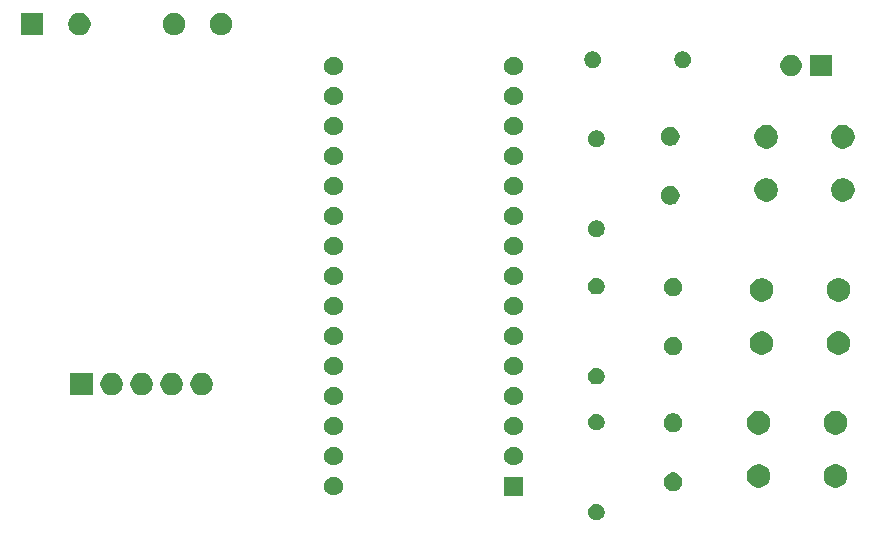
<source format=gts>
G04 #@! TF.GenerationSoftware,KiCad,Pcbnew,9.0.4*
G04 #@! TF.CreationDate,2025-10-12T14:45:46+03:00*
G04 #@! TF.ProjectId,test_work_1,74657374-5f77-46f7-926b-5f312e6b6963,rev?*
G04 #@! TF.SameCoordinates,Original*
G04 #@! TF.FileFunction,Soldermask,Top*
G04 #@! TF.FilePolarity,Negative*
%FSLAX46Y46*%
G04 Gerber Fmt 4.6, Leading zero omitted, Abs format (unit mm)*
G04 Created by KiCad (PCBNEW 9.0.4) date 2025-10-12 14:45:46*
%MOMM*%
%LPD*%
G01*
G04 APERTURE LIST*
G04 APERTURE END LIST*
G36*
X152703199Y-104640142D02*
G01*
X152829978Y-104692655D01*
X152944075Y-104768893D01*
X153041107Y-104865925D01*
X153117345Y-104980022D01*
X153169858Y-105106801D01*
X153196629Y-105241388D01*
X153196629Y-105378612D01*
X153169858Y-105513199D01*
X153117345Y-105639978D01*
X153041107Y-105754075D01*
X152944075Y-105851107D01*
X152829978Y-105927345D01*
X152703199Y-105979858D01*
X152568612Y-106006629D01*
X152431388Y-106006629D01*
X152296801Y-105979858D01*
X152170022Y-105927345D01*
X152055925Y-105851107D01*
X151958893Y-105754075D01*
X151882655Y-105639978D01*
X151830142Y-105513199D01*
X151803371Y-105378612D01*
X151803371Y-105241388D01*
X151830142Y-105106801D01*
X151882655Y-104980022D01*
X151958893Y-104865925D01*
X152055925Y-104768893D01*
X152170022Y-104692655D01*
X152296801Y-104640142D01*
X152431388Y-104613371D01*
X152568612Y-104613371D01*
X152703199Y-104640142D01*
G37*
G36*
X146290000Y-103910000D02*
G01*
X144690000Y-103910000D01*
X144690000Y-102310000D01*
X146290000Y-102310000D01*
X146290000Y-103910000D01*
G37*
G36*
X130482228Y-102344448D02*
G01*
X130627117Y-102404463D01*
X130757515Y-102491592D01*
X130868408Y-102602485D01*
X130955537Y-102732883D01*
X131015552Y-102877772D01*
X131046148Y-103031586D01*
X131046148Y-103188414D01*
X131015552Y-103342228D01*
X130955537Y-103487117D01*
X130868408Y-103617515D01*
X130757515Y-103728408D01*
X130627117Y-103815537D01*
X130482228Y-103875552D01*
X130328414Y-103906148D01*
X130171586Y-103906148D01*
X130017772Y-103875552D01*
X129872883Y-103815537D01*
X129742485Y-103728408D01*
X129631592Y-103617515D01*
X129544463Y-103487117D01*
X129484448Y-103342228D01*
X129453852Y-103188414D01*
X129453852Y-103031586D01*
X129484448Y-102877772D01*
X129544463Y-102732883D01*
X129631592Y-102602485D01*
X129742485Y-102491592D01*
X129872883Y-102404463D01*
X130017772Y-102344448D01*
X130171586Y-102313852D01*
X130328414Y-102313852D01*
X130482228Y-102344448D01*
G37*
G36*
X159232228Y-101984448D02*
G01*
X159377117Y-102044463D01*
X159507515Y-102131592D01*
X159618408Y-102242485D01*
X159705537Y-102372883D01*
X159765552Y-102517772D01*
X159796148Y-102671586D01*
X159796148Y-102828414D01*
X159765552Y-102982228D01*
X159705537Y-103127117D01*
X159618408Y-103257515D01*
X159507515Y-103368408D01*
X159377117Y-103455537D01*
X159232228Y-103515552D01*
X159078414Y-103546148D01*
X158921586Y-103546148D01*
X158767772Y-103515552D01*
X158622883Y-103455537D01*
X158492485Y-103368408D01*
X158381592Y-103257515D01*
X158294463Y-103127117D01*
X158234448Y-102982228D01*
X158203852Y-102828414D01*
X158203852Y-102671586D01*
X158234448Y-102517772D01*
X158294463Y-102372883D01*
X158381592Y-102242485D01*
X158492485Y-102131592D01*
X158622883Y-102044463D01*
X158767772Y-101984448D01*
X158921586Y-101953852D01*
X159078414Y-101953852D01*
X159232228Y-101984448D01*
G37*
G36*
X166540285Y-101293060D02*
G01*
X166721397Y-101368079D01*
X166884393Y-101476990D01*
X167023010Y-101615607D01*
X167131921Y-101778603D01*
X167206940Y-101959715D01*
X167245185Y-102151983D01*
X167245185Y-102348017D01*
X167206940Y-102540285D01*
X167131921Y-102721397D01*
X167023010Y-102884393D01*
X166884393Y-103023010D01*
X166721397Y-103131921D01*
X166540285Y-103206940D01*
X166348017Y-103245185D01*
X166151983Y-103245185D01*
X165959715Y-103206940D01*
X165778603Y-103131921D01*
X165615607Y-103023010D01*
X165476990Y-102884393D01*
X165368079Y-102721397D01*
X165293060Y-102540285D01*
X165254815Y-102348017D01*
X165254815Y-102151983D01*
X165293060Y-101959715D01*
X165368079Y-101778603D01*
X165476990Y-101615607D01*
X165615607Y-101476990D01*
X165778603Y-101368079D01*
X165959715Y-101293060D01*
X166151983Y-101254815D01*
X166348017Y-101254815D01*
X166540285Y-101293060D01*
G37*
G36*
X173040285Y-101293060D02*
G01*
X173221397Y-101368079D01*
X173384393Y-101476990D01*
X173523010Y-101615607D01*
X173631921Y-101778603D01*
X173706940Y-101959715D01*
X173745185Y-102151983D01*
X173745185Y-102348017D01*
X173706940Y-102540285D01*
X173631921Y-102721397D01*
X173523010Y-102884393D01*
X173384393Y-103023010D01*
X173221397Y-103131921D01*
X173040285Y-103206940D01*
X172848017Y-103245185D01*
X172651983Y-103245185D01*
X172459715Y-103206940D01*
X172278603Y-103131921D01*
X172115607Y-103023010D01*
X171976990Y-102884393D01*
X171868079Y-102721397D01*
X171793060Y-102540285D01*
X171754815Y-102348017D01*
X171754815Y-102151983D01*
X171793060Y-101959715D01*
X171868079Y-101778603D01*
X171976990Y-101615607D01*
X172115607Y-101476990D01*
X172278603Y-101368079D01*
X172459715Y-101293060D01*
X172651983Y-101254815D01*
X172848017Y-101254815D01*
X173040285Y-101293060D01*
G37*
G36*
X130482228Y-99804448D02*
G01*
X130627117Y-99864463D01*
X130757515Y-99951592D01*
X130868408Y-100062485D01*
X130955537Y-100192883D01*
X131015552Y-100337772D01*
X131046148Y-100491586D01*
X131046148Y-100648414D01*
X131015552Y-100802228D01*
X130955537Y-100947117D01*
X130868408Y-101077515D01*
X130757515Y-101188408D01*
X130627117Y-101275537D01*
X130482228Y-101335552D01*
X130328414Y-101366148D01*
X130171586Y-101366148D01*
X130017772Y-101335552D01*
X129872883Y-101275537D01*
X129742485Y-101188408D01*
X129631592Y-101077515D01*
X129544463Y-100947117D01*
X129484448Y-100802228D01*
X129453852Y-100648414D01*
X129453852Y-100491586D01*
X129484448Y-100337772D01*
X129544463Y-100192883D01*
X129631592Y-100062485D01*
X129742485Y-99951592D01*
X129872883Y-99864463D01*
X130017772Y-99804448D01*
X130171586Y-99773852D01*
X130328414Y-99773852D01*
X130482228Y-99804448D01*
G37*
G36*
X145722228Y-99804448D02*
G01*
X145867117Y-99864463D01*
X145997515Y-99951592D01*
X146108408Y-100062485D01*
X146195537Y-100192883D01*
X146255552Y-100337772D01*
X146286148Y-100491586D01*
X146286148Y-100648414D01*
X146255552Y-100802228D01*
X146195537Y-100947117D01*
X146108408Y-101077515D01*
X145997515Y-101188408D01*
X145867117Y-101275537D01*
X145722228Y-101335552D01*
X145568414Y-101366148D01*
X145411586Y-101366148D01*
X145257772Y-101335552D01*
X145112883Y-101275537D01*
X144982485Y-101188408D01*
X144871592Y-101077515D01*
X144784463Y-100947117D01*
X144724448Y-100802228D01*
X144693852Y-100648414D01*
X144693852Y-100491586D01*
X144724448Y-100337772D01*
X144784463Y-100192883D01*
X144871592Y-100062485D01*
X144982485Y-99951592D01*
X145112883Y-99864463D01*
X145257772Y-99804448D01*
X145411586Y-99773852D01*
X145568414Y-99773852D01*
X145722228Y-99804448D01*
G37*
G36*
X130482228Y-97264448D02*
G01*
X130627117Y-97324463D01*
X130757515Y-97411592D01*
X130868408Y-97522485D01*
X130955537Y-97652883D01*
X131015552Y-97797772D01*
X131046148Y-97951586D01*
X131046148Y-98108414D01*
X131015552Y-98262228D01*
X130955537Y-98407117D01*
X130868408Y-98537515D01*
X130757515Y-98648408D01*
X130627117Y-98735537D01*
X130482228Y-98795552D01*
X130328414Y-98826148D01*
X130171586Y-98826148D01*
X130017772Y-98795552D01*
X129872883Y-98735537D01*
X129742485Y-98648408D01*
X129631592Y-98537515D01*
X129544463Y-98407117D01*
X129484448Y-98262228D01*
X129453852Y-98108414D01*
X129453852Y-97951586D01*
X129484448Y-97797772D01*
X129544463Y-97652883D01*
X129631592Y-97522485D01*
X129742485Y-97411592D01*
X129872883Y-97324463D01*
X130017772Y-97264448D01*
X130171586Y-97233852D01*
X130328414Y-97233852D01*
X130482228Y-97264448D01*
G37*
G36*
X145722228Y-97264448D02*
G01*
X145867117Y-97324463D01*
X145997515Y-97411592D01*
X146108408Y-97522485D01*
X146195537Y-97652883D01*
X146255552Y-97797772D01*
X146286148Y-97951586D01*
X146286148Y-98108414D01*
X146255552Y-98262228D01*
X146195537Y-98407117D01*
X146108408Y-98537515D01*
X145997515Y-98648408D01*
X145867117Y-98735537D01*
X145722228Y-98795552D01*
X145568414Y-98826148D01*
X145411586Y-98826148D01*
X145257772Y-98795552D01*
X145112883Y-98735537D01*
X144982485Y-98648408D01*
X144871592Y-98537515D01*
X144784463Y-98407117D01*
X144724448Y-98262228D01*
X144693852Y-98108414D01*
X144693852Y-97951586D01*
X144724448Y-97797772D01*
X144784463Y-97652883D01*
X144871592Y-97522485D01*
X144982485Y-97411592D01*
X145112883Y-97324463D01*
X145257772Y-97264448D01*
X145411586Y-97233852D01*
X145568414Y-97233852D01*
X145722228Y-97264448D01*
G37*
G36*
X166540285Y-96793060D02*
G01*
X166721397Y-96868079D01*
X166884393Y-96976990D01*
X167023010Y-97115607D01*
X167131921Y-97278603D01*
X167206940Y-97459715D01*
X167245185Y-97651983D01*
X167245185Y-97848017D01*
X167206940Y-98040285D01*
X167131921Y-98221397D01*
X167023010Y-98384393D01*
X166884393Y-98523010D01*
X166721397Y-98631921D01*
X166540285Y-98706940D01*
X166348017Y-98745185D01*
X166151983Y-98745185D01*
X165959715Y-98706940D01*
X165778603Y-98631921D01*
X165615607Y-98523010D01*
X165476990Y-98384393D01*
X165368079Y-98221397D01*
X165293060Y-98040285D01*
X165254815Y-97848017D01*
X165254815Y-97651983D01*
X165293060Y-97459715D01*
X165368079Y-97278603D01*
X165476990Y-97115607D01*
X165615607Y-96976990D01*
X165778603Y-96868079D01*
X165959715Y-96793060D01*
X166151983Y-96754815D01*
X166348017Y-96754815D01*
X166540285Y-96793060D01*
G37*
G36*
X173040285Y-96793060D02*
G01*
X173221397Y-96868079D01*
X173384393Y-96976990D01*
X173523010Y-97115607D01*
X173631921Y-97278603D01*
X173706940Y-97459715D01*
X173745185Y-97651983D01*
X173745185Y-97848017D01*
X173706940Y-98040285D01*
X173631921Y-98221397D01*
X173523010Y-98384393D01*
X173384393Y-98523010D01*
X173221397Y-98631921D01*
X173040285Y-98706940D01*
X172848017Y-98745185D01*
X172651983Y-98745185D01*
X172459715Y-98706940D01*
X172278603Y-98631921D01*
X172115607Y-98523010D01*
X171976990Y-98384393D01*
X171868079Y-98221397D01*
X171793060Y-98040285D01*
X171754815Y-97848017D01*
X171754815Y-97651983D01*
X171793060Y-97459715D01*
X171868079Y-97278603D01*
X171976990Y-97115607D01*
X172115607Y-96976990D01*
X172278603Y-96868079D01*
X172459715Y-96793060D01*
X172651983Y-96754815D01*
X172848017Y-96754815D01*
X173040285Y-96793060D01*
G37*
G36*
X159232228Y-96984448D02*
G01*
X159377117Y-97044463D01*
X159507515Y-97131592D01*
X159618408Y-97242485D01*
X159705537Y-97372883D01*
X159765552Y-97517772D01*
X159796148Y-97671586D01*
X159796148Y-97828414D01*
X159765552Y-97982228D01*
X159705537Y-98127117D01*
X159618408Y-98257515D01*
X159507515Y-98368408D01*
X159377117Y-98455537D01*
X159232228Y-98515552D01*
X159078414Y-98546148D01*
X158921586Y-98546148D01*
X158767772Y-98515552D01*
X158622883Y-98455537D01*
X158492485Y-98368408D01*
X158381592Y-98257515D01*
X158294463Y-98127117D01*
X158234448Y-97982228D01*
X158203852Y-97828414D01*
X158203852Y-97671586D01*
X158234448Y-97517772D01*
X158294463Y-97372883D01*
X158381592Y-97242485D01*
X158492485Y-97131592D01*
X158622883Y-97044463D01*
X158767772Y-96984448D01*
X158921586Y-96953852D01*
X159078414Y-96953852D01*
X159232228Y-96984448D01*
G37*
G36*
X152703199Y-97020142D02*
G01*
X152829978Y-97072655D01*
X152944075Y-97148893D01*
X153041107Y-97245925D01*
X153117345Y-97360022D01*
X153169858Y-97486801D01*
X153196629Y-97621388D01*
X153196629Y-97758612D01*
X153169858Y-97893199D01*
X153117345Y-98019978D01*
X153041107Y-98134075D01*
X152944075Y-98231107D01*
X152829978Y-98307345D01*
X152703199Y-98359858D01*
X152568612Y-98386629D01*
X152431388Y-98386629D01*
X152296801Y-98359858D01*
X152170022Y-98307345D01*
X152055925Y-98231107D01*
X151958893Y-98134075D01*
X151882655Y-98019978D01*
X151830142Y-97893199D01*
X151803371Y-97758612D01*
X151803371Y-97621388D01*
X151830142Y-97486801D01*
X151882655Y-97360022D01*
X151958893Y-97245925D01*
X152055925Y-97148893D01*
X152170022Y-97072655D01*
X152296801Y-97020142D01*
X152431388Y-96993371D01*
X152568612Y-96993371D01*
X152703199Y-97020142D01*
G37*
G36*
X130482228Y-94724448D02*
G01*
X130627117Y-94784463D01*
X130757515Y-94871592D01*
X130868408Y-94982485D01*
X130955537Y-95112883D01*
X131015552Y-95257772D01*
X131046148Y-95411586D01*
X131046148Y-95568414D01*
X131015552Y-95722228D01*
X130955537Y-95867117D01*
X130868408Y-95997515D01*
X130757515Y-96108408D01*
X130627117Y-96195537D01*
X130482228Y-96255552D01*
X130328414Y-96286148D01*
X130171586Y-96286148D01*
X130017772Y-96255552D01*
X129872883Y-96195537D01*
X129742485Y-96108408D01*
X129631592Y-95997515D01*
X129544463Y-95867117D01*
X129484448Y-95722228D01*
X129453852Y-95568414D01*
X129453852Y-95411586D01*
X129484448Y-95257772D01*
X129544463Y-95112883D01*
X129631592Y-94982485D01*
X129742485Y-94871592D01*
X129872883Y-94784463D01*
X130017772Y-94724448D01*
X130171586Y-94693852D01*
X130328414Y-94693852D01*
X130482228Y-94724448D01*
G37*
G36*
X145722228Y-94724448D02*
G01*
X145867117Y-94784463D01*
X145997515Y-94871592D01*
X146108408Y-94982485D01*
X146195537Y-95112883D01*
X146255552Y-95257772D01*
X146286148Y-95411586D01*
X146286148Y-95568414D01*
X146255552Y-95722228D01*
X146195537Y-95867117D01*
X146108408Y-95997515D01*
X145997515Y-96108408D01*
X145867117Y-96195537D01*
X145722228Y-96255552D01*
X145568414Y-96286148D01*
X145411586Y-96286148D01*
X145257772Y-96255552D01*
X145112883Y-96195537D01*
X144982485Y-96108408D01*
X144871592Y-95997515D01*
X144784463Y-95867117D01*
X144724448Y-95722228D01*
X144693852Y-95568414D01*
X144693852Y-95411586D01*
X144724448Y-95257772D01*
X144784463Y-95112883D01*
X144871592Y-94982485D01*
X144982485Y-94871592D01*
X145112883Y-94784463D01*
X145257772Y-94724448D01*
X145411586Y-94693852D01*
X145568414Y-94693852D01*
X145722228Y-94724448D01*
G37*
G36*
X109872500Y-95412500D02*
G01*
X107967500Y-95412500D01*
X107967500Y-93507500D01*
X109872500Y-93507500D01*
X109872500Y-95412500D01*
G37*
G36*
X111736496Y-93548514D02*
G01*
X111909005Y-93619970D01*
X112064260Y-93723708D01*
X112196292Y-93855740D01*
X112300030Y-94010995D01*
X112371486Y-94183504D01*
X112407913Y-94366639D01*
X112407913Y-94553361D01*
X112371486Y-94736496D01*
X112300030Y-94909005D01*
X112196292Y-95064260D01*
X112064260Y-95196292D01*
X111909005Y-95300030D01*
X111736496Y-95371486D01*
X111553361Y-95407913D01*
X111366639Y-95407913D01*
X111183504Y-95371486D01*
X111010995Y-95300030D01*
X110855740Y-95196292D01*
X110723708Y-95064260D01*
X110619970Y-94909005D01*
X110548514Y-94736496D01*
X110512087Y-94553361D01*
X110512087Y-94366639D01*
X110548514Y-94183504D01*
X110619970Y-94010995D01*
X110723708Y-93855740D01*
X110855740Y-93723708D01*
X111010995Y-93619970D01*
X111183504Y-93548514D01*
X111366639Y-93512087D01*
X111553361Y-93512087D01*
X111736496Y-93548514D01*
G37*
G36*
X114276496Y-93548514D02*
G01*
X114449005Y-93619970D01*
X114604260Y-93723708D01*
X114736292Y-93855740D01*
X114840030Y-94010995D01*
X114911486Y-94183504D01*
X114947913Y-94366639D01*
X114947913Y-94553361D01*
X114911486Y-94736496D01*
X114840030Y-94909005D01*
X114736292Y-95064260D01*
X114604260Y-95196292D01*
X114449005Y-95300030D01*
X114276496Y-95371486D01*
X114093361Y-95407913D01*
X113906639Y-95407913D01*
X113723504Y-95371486D01*
X113550995Y-95300030D01*
X113395740Y-95196292D01*
X113263708Y-95064260D01*
X113159970Y-94909005D01*
X113088514Y-94736496D01*
X113052087Y-94553361D01*
X113052087Y-94366639D01*
X113088514Y-94183504D01*
X113159970Y-94010995D01*
X113263708Y-93855740D01*
X113395740Y-93723708D01*
X113550995Y-93619970D01*
X113723504Y-93548514D01*
X113906639Y-93512087D01*
X114093361Y-93512087D01*
X114276496Y-93548514D01*
G37*
G36*
X116816496Y-93548514D02*
G01*
X116989005Y-93619970D01*
X117144260Y-93723708D01*
X117276292Y-93855740D01*
X117380030Y-94010995D01*
X117451486Y-94183504D01*
X117487913Y-94366639D01*
X117487913Y-94553361D01*
X117451486Y-94736496D01*
X117380030Y-94909005D01*
X117276292Y-95064260D01*
X117144260Y-95196292D01*
X116989005Y-95300030D01*
X116816496Y-95371486D01*
X116633361Y-95407913D01*
X116446639Y-95407913D01*
X116263504Y-95371486D01*
X116090995Y-95300030D01*
X115935740Y-95196292D01*
X115803708Y-95064260D01*
X115699970Y-94909005D01*
X115628514Y-94736496D01*
X115592087Y-94553361D01*
X115592087Y-94366639D01*
X115628514Y-94183504D01*
X115699970Y-94010995D01*
X115803708Y-93855740D01*
X115935740Y-93723708D01*
X116090995Y-93619970D01*
X116263504Y-93548514D01*
X116446639Y-93512087D01*
X116633361Y-93512087D01*
X116816496Y-93548514D01*
G37*
G36*
X119356496Y-93548514D02*
G01*
X119529005Y-93619970D01*
X119684260Y-93723708D01*
X119816292Y-93855740D01*
X119920030Y-94010995D01*
X119991486Y-94183504D01*
X120027913Y-94366639D01*
X120027913Y-94553361D01*
X119991486Y-94736496D01*
X119920030Y-94909005D01*
X119816292Y-95064260D01*
X119684260Y-95196292D01*
X119529005Y-95300030D01*
X119356496Y-95371486D01*
X119173361Y-95407913D01*
X118986639Y-95407913D01*
X118803504Y-95371486D01*
X118630995Y-95300030D01*
X118475740Y-95196292D01*
X118343708Y-95064260D01*
X118239970Y-94909005D01*
X118168514Y-94736496D01*
X118132087Y-94553361D01*
X118132087Y-94366639D01*
X118168514Y-94183504D01*
X118239970Y-94010995D01*
X118343708Y-93855740D01*
X118475740Y-93723708D01*
X118630995Y-93619970D01*
X118803504Y-93548514D01*
X118986639Y-93512087D01*
X119173361Y-93512087D01*
X119356496Y-93548514D01*
G37*
G36*
X152703199Y-93140142D02*
G01*
X152829978Y-93192655D01*
X152944075Y-93268893D01*
X153041107Y-93365925D01*
X153117345Y-93480022D01*
X153169858Y-93606801D01*
X153196629Y-93741388D01*
X153196629Y-93878612D01*
X153169858Y-94013199D01*
X153117345Y-94139978D01*
X153041107Y-94254075D01*
X152944075Y-94351107D01*
X152829978Y-94427345D01*
X152703199Y-94479858D01*
X152568612Y-94506629D01*
X152431388Y-94506629D01*
X152296801Y-94479858D01*
X152170022Y-94427345D01*
X152055925Y-94351107D01*
X151958893Y-94254075D01*
X151882655Y-94139978D01*
X151830142Y-94013199D01*
X151803371Y-93878612D01*
X151803371Y-93741388D01*
X151830142Y-93606801D01*
X151882655Y-93480022D01*
X151958893Y-93365925D01*
X152055925Y-93268893D01*
X152170022Y-93192655D01*
X152296801Y-93140142D01*
X152431388Y-93113371D01*
X152568612Y-93113371D01*
X152703199Y-93140142D01*
G37*
G36*
X130482228Y-92184448D02*
G01*
X130627117Y-92244463D01*
X130757515Y-92331592D01*
X130868408Y-92442485D01*
X130955537Y-92572883D01*
X131015552Y-92717772D01*
X131046148Y-92871586D01*
X131046148Y-93028414D01*
X131015552Y-93182228D01*
X130955537Y-93327117D01*
X130868408Y-93457515D01*
X130757515Y-93568408D01*
X130627117Y-93655537D01*
X130482228Y-93715552D01*
X130328414Y-93746148D01*
X130171586Y-93746148D01*
X130017772Y-93715552D01*
X129872883Y-93655537D01*
X129742485Y-93568408D01*
X129631592Y-93457515D01*
X129544463Y-93327117D01*
X129484448Y-93182228D01*
X129453852Y-93028414D01*
X129453852Y-92871586D01*
X129484448Y-92717772D01*
X129544463Y-92572883D01*
X129631592Y-92442485D01*
X129742485Y-92331592D01*
X129872883Y-92244463D01*
X130017772Y-92184448D01*
X130171586Y-92153852D01*
X130328414Y-92153852D01*
X130482228Y-92184448D01*
G37*
G36*
X145722228Y-92184448D02*
G01*
X145867117Y-92244463D01*
X145997515Y-92331592D01*
X146108408Y-92442485D01*
X146195537Y-92572883D01*
X146255552Y-92717772D01*
X146286148Y-92871586D01*
X146286148Y-93028414D01*
X146255552Y-93182228D01*
X146195537Y-93327117D01*
X146108408Y-93457515D01*
X145997515Y-93568408D01*
X145867117Y-93655537D01*
X145722228Y-93715552D01*
X145568414Y-93746148D01*
X145411586Y-93746148D01*
X145257772Y-93715552D01*
X145112883Y-93655537D01*
X144982485Y-93568408D01*
X144871592Y-93457515D01*
X144784463Y-93327117D01*
X144724448Y-93182228D01*
X144693852Y-93028414D01*
X144693852Y-92871586D01*
X144724448Y-92717772D01*
X144784463Y-92572883D01*
X144871592Y-92442485D01*
X144982485Y-92331592D01*
X145112883Y-92244463D01*
X145257772Y-92184448D01*
X145411586Y-92153852D01*
X145568414Y-92153852D01*
X145722228Y-92184448D01*
G37*
G36*
X159232228Y-90484448D02*
G01*
X159377117Y-90544463D01*
X159507515Y-90631592D01*
X159618408Y-90742485D01*
X159705537Y-90872883D01*
X159765552Y-91017772D01*
X159796148Y-91171586D01*
X159796148Y-91328414D01*
X159765552Y-91482228D01*
X159705537Y-91627117D01*
X159618408Y-91757515D01*
X159507515Y-91868408D01*
X159377117Y-91955537D01*
X159232228Y-92015552D01*
X159078414Y-92046148D01*
X158921586Y-92046148D01*
X158767772Y-92015552D01*
X158622883Y-91955537D01*
X158492485Y-91868408D01*
X158381592Y-91757515D01*
X158294463Y-91627117D01*
X158234448Y-91482228D01*
X158203852Y-91328414D01*
X158203852Y-91171586D01*
X158234448Y-91017772D01*
X158294463Y-90872883D01*
X158381592Y-90742485D01*
X158492485Y-90631592D01*
X158622883Y-90544463D01*
X158767772Y-90484448D01*
X158921586Y-90453852D01*
X159078414Y-90453852D01*
X159232228Y-90484448D01*
G37*
G36*
X166790285Y-90043060D02*
G01*
X166971397Y-90118079D01*
X167134393Y-90226990D01*
X167273010Y-90365607D01*
X167381921Y-90528603D01*
X167456940Y-90709715D01*
X167495185Y-90901983D01*
X167495185Y-91098017D01*
X167456940Y-91290285D01*
X167381921Y-91471397D01*
X167273010Y-91634393D01*
X167134393Y-91773010D01*
X166971397Y-91881921D01*
X166790285Y-91956940D01*
X166598017Y-91995185D01*
X166401983Y-91995185D01*
X166209715Y-91956940D01*
X166028603Y-91881921D01*
X165865607Y-91773010D01*
X165726990Y-91634393D01*
X165618079Y-91471397D01*
X165543060Y-91290285D01*
X165504815Y-91098017D01*
X165504815Y-90901983D01*
X165543060Y-90709715D01*
X165618079Y-90528603D01*
X165726990Y-90365607D01*
X165865607Y-90226990D01*
X166028603Y-90118079D01*
X166209715Y-90043060D01*
X166401983Y-90004815D01*
X166598017Y-90004815D01*
X166790285Y-90043060D01*
G37*
G36*
X173290285Y-90043060D02*
G01*
X173471397Y-90118079D01*
X173634393Y-90226990D01*
X173773010Y-90365607D01*
X173881921Y-90528603D01*
X173956940Y-90709715D01*
X173995185Y-90901983D01*
X173995185Y-91098017D01*
X173956940Y-91290285D01*
X173881921Y-91471397D01*
X173773010Y-91634393D01*
X173634393Y-91773010D01*
X173471397Y-91881921D01*
X173290285Y-91956940D01*
X173098017Y-91995185D01*
X172901983Y-91995185D01*
X172709715Y-91956940D01*
X172528603Y-91881921D01*
X172365607Y-91773010D01*
X172226990Y-91634393D01*
X172118079Y-91471397D01*
X172043060Y-91290285D01*
X172004815Y-91098017D01*
X172004815Y-90901983D01*
X172043060Y-90709715D01*
X172118079Y-90528603D01*
X172226990Y-90365607D01*
X172365607Y-90226990D01*
X172528603Y-90118079D01*
X172709715Y-90043060D01*
X172901983Y-90004815D01*
X173098017Y-90004815D01*
X173290285Y-90043060D01*
G37*
G36*
X130482228Y-89644448D02*
G01*
X130627117Y-89704463D01*
X130757515Y-89791592D01*
X130868408Y-89902485D01*
X130955537Y-90032883D01*
X131015552Y-90177772D01*
X131046148Y-90331586D01*
X131046148Y-90488414D01*
X131015552Y-90642228D01*
X130955537Y-90787117D01*
X130868408Y-90917515D01*
X130757515Y-91028408D01*
X130627117Y-91115537D01*
X130482228Y-91175552D01*
X130328414Y-91206148D01*
X130171586Y-91206148D01*
X130017772Y-91175552D01*
X129872883Y-91115537D01*
X129742485Y-91028408D01*
X129631592Y-90917515D01*
X129544463Y-90787117D01*
X129484448Y-90642228D01*
X129453852Y-90488414D01*
X129453852Y-90331586D01*
X129484448Y-90177772D01*
X129544463Y-90032883D01*
X129631592Y-89902485D01*
X129742485Y-89791592D01*
X129872883Y-89704463D01*
X130017772Y-89644448D01*
X130171586Y-89613852D01*
X130328414Y-89613852D01*
X130482228Y-89644448D01*
G37*
G36*
X145722228Y-89644448D02*
G01*
X145867117Y-89704463D01*
X145997515Y-89791592D01*
X146108408Y-89902485D01*
X146195537Y-90032883D01*
X146255552Y-90177772D01*
X146286148Y-90331586D01*
X146286148Y-90488414D01*
X146255552Y-90642228D01*
X146195537Y-90787117D01*
X146108408Y-90917515D01*
X145997515Y-91028408D01*
X145867117Y-91115537D01*
X145722228Y-91175552D01*
X145568414Y-91206148D01*
X145411586Y-91206148D01*
X145257772Y-91175552D01*
X145112883Y-91115537D01*
X144982485Y-91028408D01*
X144871592Y-90917515D01*
X144784463Y-90787117D01*
X144724448Y-90642228D01*
X144693852Y-90488414D01*
X144693852Y-90331586D01*
X144724448Y-90177772D01*
X144784463Y-90032883D01*
X144871592Y-89902485D01*
X144982485Y-89791592D01*
X145112883Y-89704463D01*
X145257772Y-89644448D01*
X145411586Y-89613852D01*
X145568414Y-89613852D01*
X145722228Y-89644448D01*
G37*
G36*
X130482228Y-87104448D02*
G01*
X130627117Y-87164463D01*
X130757515Y-87251592D01*
X130868408Y-87362485D01*
X130955537Y-87492883D01*
X131015552Y-87637772D01*
X131046148Y-87791586D01*
X131046148Y-87948414D01*
X131015552Y-88102228D01*
X130955537Y-88247117D01*
X130868408Y-88377515D01*
X130757515Y-88488408D01*
X130627117Y-88575537D01*
X130482228Y-88635552D01*
X130328414Y-88666148D01*
X130171586Y-88666148D01*
X130017772Y-88635552D01*
X129872883Y-88575537D01*
X129742485Y-88488408D01*
X129631592Y-88377515D01*
X129544463Y-88247117D01*
X129484448Y-88102228D01*
X129453852Y-87948414D01*
X129453852Y-87791586D01*
X129484448Y-87637772D01*
X129544463Y-87492883D01*
X129631592Y-87362485D01*
X129742485Y-87251592D01*
X129872883Y-87164463D01*
X130017772Y-87104448D01*
X130171586Y-87073852D01*
X130328414Y-87073852D01*
X130482228Y-87104448D01*
G37*
G36*
X145722228Y-87104448D02*
G01*
X145867117Y-87164463D01*
X145997515Y-87251592D01*
X146108408Y-87362485D01*
X146195537Y-87492883D01*
X146255552Y-87637772D01*
X146286148Y-87791586D01*
X146286148Y-87948414D01*
X146255552Y-88102228D01*
X146195537Y-88247117D01*
X146108408Y-88377515D01*
X145997515Y-88488408D01*
X145867117Y-88575537D01*
X145722228Y-88635552D01*
X145568414Y-88666148D01*
X145411586Y-88666148D01*
X145257772Y-88635552D01*
X145112883Y-88575537D01*
X144982485Y-88488408D01*
X144871592Y-88377515D01*
X144784463Y-88247117D01*
X144724448Y-88102228D01*
X144693852Y-87948414D01*
X144693852Y-87791586D01*
X144724448Y-87637772D01*
X144784463Y-87492883D01*
X144871592Y-87362485D01*
X144982485Y-87251592D01*
X145112883Y-87164463D01*
X145257772Y-87104448D01*
X145411586Y-87073852D01*
X145568414Y-87073852D01*
X145722228Y-87104448D01*
G37*
G36*
X166790285Y-85543060D02*
G01*
X166971397Y-85618079D01*
X167134393Y-85726990D01*
X167273010Y-85865607D01*
X167381921Y-86028603D01*
X167456940Y-86209715D01*
X167495185Y-86401983D01*
X167495185Y-86598017D01*
X167456940Y-86790285D01*
X167381921Y-86971397D01*
X167273010Y-87134393D01*
X167134393Y-87273010D01*
X166971397Y-87381921D01*
X166790285Y-87456940D01*
X166598017Y-87495185D01*
X166401983Y-87495185D01*
X166209715Y-87456940D01*
X166028603Y-87381921D01*
X165865607Y-87273010D01*
X165726990Y-87134393D01*
X165618079Y-86971397D01*
X165543060Y-86790285D01*
X165504815Y-86598017D01*
X165504815Y-86401983D01*
X165543060Y-86209715D01*
X165618079Y-86028603D01*
X165726990Y-85865607D01*
X165865607Y-85726990D01*
X166028603Y-85618079D01*
X166209715Y-85543060D01*
X166401983Y-85504815D01*
X166598017Y-85504815D01*
X166790285Y-85543060D01*
G37*
G36*
X173290285Y-85543060D02*
G01*
X173471397Y-85618079D01*
X173634393Y-85726990D01*
X173773010Y-85865607D01*
X173881921Y-86028603D01*
X173956940Y-86209715D01*
X173995185Y-86401983D01*
X173995185Y-86598017D01*
X173956940Y-86790285D01*
X173881921Y-86971397D01*
X173773010Y-87134393D01*
X173634393Y-87273010D01*
X173471397Y-87381921D01*
X173290285Y-87456940D01*
X173098017Y-87495185D01*
X172901983Y-87495185D01*
X172709715Y-87456940D01*
X172528603Y-87381921D01*
X172365607Y-87273010D01*
X172226990Y-87134393D01*
X172118079Y-86971397D01*
X172043060Y-86790285D01*
X172004815Y-86598017D01*
X172004815Y-86401983D01*
X172043060Y-86209715D01*
X172118079Y-86028603D01*
X172226990Y-85865607D01*
X172365607Y-85726990D01*
X172528603Y-85618079D01*
X172709715Y-85543060D01*
X172901983Y-85504815D01*
X173098017Y-85504815D01*
X173290285Y-85543060D01*
G37*
G36*
X159232228Y-85484448D02*
G01*
X159377117Y-85544463D01*
X159507515Y-85631592D01*
X159618408Y-85742485D01*
X159705537Y-85872883D01*
X159765552Y-86017772D01*
X159796148Y-86171586D01*
X159796148Y-86328414D01*
X159765552Y-86482228D01*
X159705537Y-86627117D01*
X159618408Y-86757515D01*
X159507515Y-86868408D01*
X159377117Y-86955537D01*
X159232228Y-87015552D01*
X159078414Y-87046148D01*
X158921586Y-87046148D01*
X158767772Y-87015552D01*
X158622883Y-86955537D01*
X158492485Y-86868408D01*
X158381592Y-86757515D01*
X158294463Y-86627117D01*
X158234448Y-86482228D01*
X158203852Y-86328414D01*
X158203852Y-86171586D01*
X158234448Y-86017772D01*
X158294463Y-85872883D01*
X158381592Y-85742485D01*
X158492485Y-85631592D01*
X158622883Y-85544463D01*
X158767772Y-85484448D01*
X158921586Y-85453852D01*
X159078414Y-85453852D01*
X159232228Y-85484448D01*
G37*
G36*
X152703199Y-85520142D02*
G01*
X152829978Y-85572655D01*
X152944075Y-85648893D01*
X153041107Y-85745925D01*
X153117345Y-85860022D01*
X153169858Y-85986801D01*
X153196629Y-86121388D01*
X153196629Y-86258612D01*
X153169858Y-86393199D01*
X153117345Y-86519978D01*
X153041107Y-86634075D01*
X152944075Y-86731107D01*
X152829978Y-86807345D01*
X152703199Y-86859858D01*
X152568612Y-86886629D01*
X152431388Y-86886629D01*
X152296801Y-86859858D01*
X152170022Y-86807345D01*
X152055925Y-86731107D01*
X151958893Y-86634075D01*
X151882655Y-86519978D01*
X151830142Y-86393199D01*
X151803371Y-86258612D01*
X151803371Y-86121388D01*
X151830142Y-85986801D01*
X151882655Y-85860022D01*
X151958893Y-85745925D01*
X152055925Y-85648893D01*
X152170022Y-85572655D01*
X152296801Y-85520142D01*
X152431388Y-85493371D01*
X152568612Y-85493371D01*
X152703199Y-85520142D01*
G37*
G36*
X130482228Y-84564448D02*
G01*
X130627117Y-84624463D01*
X130757515Y-84711592D01*
X130868408Y-84822485D01*
X130955537Y-84952883D01*
X131015552Y-85097772D01*
X131046148Y-85251586D01*
X131046148Y-85408414D01*
X131015552Y-85562228D01*
X130955537Y-85707117D01*
X130868408Y-85837515D01*
X130757515Y-85948408D01*
X130627117Y-86035537D01*
X130482228Y-86095552D01*
X130328414Y-86126148D01*
X130171586Y-86126148D01*
X130017772Y-86095552D01*
X129872883Y-86035537D01*
X129742485Y-85948408D01*
X129631592Y-85837515D01*
X129544463Y-85707117D01*
X129484448Y-85562228D01*
X129453852Y-85408414D01*
X129453852Y-85251586D01*
X129484448Y-85097772D01*
X129544463Y-84952883D01*
X129631592Y-84822485D01*
X129742485Y-84711592D01*
X129872883Y-84624463D01*
X130017772Y-84564448D01*
X130171586Y-84533852D01*
X130328414Y-84533852D01*
X130482228Y-84564448D01*
G37*
G36*
X145722228Y-84564448D02*
G01*
X145867117Y-84624463D01*
X145997515Y-84711592D01*
X146108408Y-84822485D01*
X146195537Y-84952883D01*
X146255552Y-85097772D01*
X146286148Y-85251586D01*
X146286148Y-85408414D01*
X146255552Y-85562228D01*
X146195537Y-85707117D01*
X146108408Y-85837515D01*
X145997515Y-85948408D01*
X145867117Y-86035537D01*
X145722228Y-86095552D01*
X145568414Y-86126148D01*
X145411586Y-86126148D01*
X145257772Y-86095552D01*
X145112883Y-86035537D01*
X144982485Y-85948408D01*
X144871592Y-85837515D01*
X144784463Y-85707117D01*
X144724448Y-85562228D01*
X144693852Y-85408414D01*
X144693852Y-85251586D01*
X144724448Y-85097772D01*
X144784463Y-84952883D01*
X144871592Y-84822485D01*
X144982485Y-84711592D01*
X145112883Y-84624463D01*
X145257772Y-84564448D01*
X145411586Y-84533852D01*
X145568414Y-84533852D01*
X145722228Y-84564448D01*
G37*
G36*
X130482228Y-82024448D02*
G01*
X130627117Y-82084463D01*
X130757515Y-82171592D01*
X130868408Y-82282485D01*
X130955537Y-82412883D01*
X131015552Y-82557772D01*
X131046148Y-82711586D01*
X131046148Y-82868414D01*
X131015552Y-83022228D01*
X130955537Y-83167117D01*
X130868408Y-83297515D01*
X130757515Y-83408408D01*
X130627117Y-83495537D01*
X130482228Y-83555552D01*
X130328414Y-83586148D01*
X130171586Y-83586148D01*
X130017772Y-83555552D01*
X129872883Y-83495537D01*
X129742485Y-83408408D01*
X129631592Y-83297515D01*
X129544463Y-83167117D01*
X129484448Y-83022228D01*
X129453852Y-82868414D01*
X129453852Y-82711586D01*
X129484448Y-82557772D01*
X129544463Y-82412883D01*
X129631592Y-82282485D01*
X129742485Y-82171592D01*
X129872883Y-82084463D01*
X130017772Y-82024448D01*
X130171586Y-81993852D01*
X130328414Y-81993852D01*
X130482228Y-82024448D01*
G37*
G36*
X145722228Y-82024448D02*
G01*
X145867117Y-82084463D01*
X145997515Y-82171592D01*
X146108408Y-82282485D01*
X146195537Y-82412883D01*
X146255552Y-82557772D01*
X146286148Y-82711586D01*
X146286148Y-82868414D01*
X146255552Y-83022228D01*
X146195537Y-83167117D01*
X146108408Y-83297515D01*
X145997515Y-83408408D01*
X145867117Y-83495537D01*
X145722228Y-83555552D01*
X145568414Y-83586148D01*
X145411586Y-83586148D01*
X145257772Y-83555552D01*
X145112883Y-83495537D01*
X144982485Y-83408408D01*
X144871592Y-83297515D01*
X144784463Y-83167117D01*
X144724448Y-83022228D01*
X144693852Y-82868414D01*
X144693852Y-82711586D01*
X144724448Y-82557772D01*
X144784463Y-82412883D01*
X144871592Y-82282485D01*
X144982485Y-82171592D01*
X145112883Y-82084463D01*
X145257772Y-82024448D01*
X145411586Y-81993852D01*
X145568414Y-81993852D01*
X145722228Y-82024448D01*
G37*
G36*
X152703199Y-80640142D02*
G01*
X152829978Y-80692655D01*
X152944075Y-80768893D01*
X153041107Y-80865925D01*
X153117345Y-80980022D01*
X153169858Y-81106801D01*
X153196629Y-81241388D01*
X153196629Y-81378612D01*
X153169858Y-81513199D01*
X153117345Y-81639978D01*
X153041107Y-81754075D01*
X152944075Y-81851107D01*
X152829978Y-81927345D01*
X152703199Y-81979858D01*
X152568612Y-82006629D01*
X152431388Y-82006629D01*
X152296801Y-81979858D01*
X152170022Y-81927345D01*
X152055925Y-81851107D01*
X151958893Y-81754075D01*
X151882655Y-81639978D01*
X151830142Y-81513199D01*
X151803371Y-81378612D01*
X151803371Y-81241388D01*
X151830142Y-81106801D01*
X151882655Y-80980022D01*
X151958893Y-80865925D01*
X152055925Y-80768893D01*
X152170022Y-80692655D01*
X152296801Y-80640142D01*
X152431388Y-80613371D01*
X152568612Y-80613371D01*
X152703199Y-80640142D01*
G37*
G36*
X130482228Y-79484448D02*
G01*
X130627117Y-79544463D01*
X130757515Y-79631592D01*
X130868408Y-79742485D01*
X130955537Y-79872883D01*
X131015552Y-80017772D01*
X131046148Y-80171586D01*
X131046148Y-80328414D01*
X131015552Y-80482228D01*
X130955537Y-80627117D01*
X130868408Y-80757515D01*
X130757515Y-80868408D01*
X130627117Y-80955537D01*
X130482228Y-81015552D01*
X130328414Y-81046148D01*
X130171586Y-81046148D01*
X130017772Y-81015552D01*
X129872883Y-80955537D01*
X129742485Y-80868408D01*
X129631592Y-80757515D01*
X129544463Y-80627117D01*
X129484448Y-80482228D01*
X129453852Y-80328414D01*
X129453852Y-80171586D01*
X129484448Y-80017772D01*
X129544463Y-79872883D01*
X129631592Y-79742485D01*
X129742485Y-79631592D01*
X129872883Y-79544463D01*
X130017772Y-79484448D01*
X130171586Y-79453852D01*
X130328414Y-79453852D01*
X130482228Y-79484448D01*
G37*
G36*
X145722228Y-79484448D02*
G01*
X145867117Y-79544463D01*
X145997515Y-79631592D01*
X146108408Y-79742485D01*
X146195537Y-79872883D01*
X146255552Y-80017772D01*
X146286148Y-80171586D01*
X146286148Y-80328414D01*
X146255552Y-80482228D01*
X146195537Y-80627117D01*
X146108408Y-80757515D01*
X145997515Y-80868408D01*
X145867117Y-80955537D01*
X145722228Y-81015552D01*
X145568414Y-81046148D01*
X145411586Y-81046148D01*
X145257772Y-81015552D01*
X145112883Y-80955537D01*
X144982485Y-80868408D01*
X144871592Y-80757515D01*
X144784463Y-80627117D01*
X144724448Y-80482228D01*
X144693852Y-80328414D01*
X144693852Y-80171586D01*
X144724448Y-80017772D01*
X144784463Y-79872883D01*
X144871592Y-79742485D01*
X144982485Y-79631592D01*
X145112883Y-79544463D01*
X145257772Y-79484448D01*
X145411586Y-79453852D01*
X145568414Y-79453852D01*
X145722228Y-79484448D01*
G37*
G36*
X158982228Y-77734448D02*
G01*
X159127117Y-77794463D01*
X159257515Y-77881592D01*
X159368408Y-77992485D01*
X159455537Y-78122883D01*
X159515552Y-78267772D01*
X159546148Y-78421586D01*
X159546148Y-78578414D01*
X159515552Y-78732228D01*
X159455537Y-78877117D01*
X159368408Y-79007515D01*
X159257515Y-79118408D01*
X159127117Y-79205537D01*
X158982228Y-79265552D01*
X158828414Y-79296148D01*
X158671586Y-79296148D01*
X158517772Y-79265552D01*
X158372883Y-79205537D01*
X158242485Y-79118408D01*
X158131592Y-79007515D01*
X158044463Y-78877117D01*
X157984448Y-78732228D01*
X157953852Y-78578414D01*
X157953852Y-78421586D01*
X157984448Y-78267772D01*
X158044463Y-78122883D01*
X158131592Y-77992485D01*
X158242485Y-77881592D01*
X158372883Y-77794463D01*
X158517772Y-77734448D01*
X158671586Y-77703852D01*
X158828414Y-77703852D01*
X158982228Y-77734448D01*
G37*
G36*
X167168285Y-77076060D02*
G01*
X167349397Y-77151079D01*
X167512393Y-77259990D01*
X167651010Y-77398607D01*
X167759921Y-77561603D01*
X167834940Y-77742715D01*
X167873185Y-77934983D01*
X167873185Y-78131017D01*
X167834940Y-78323285D01*
X167759921Y-78504397D01*
X167651010Y-78667393D01*
X167512393Y-78806010D01*
X167349397Y-78914921D01*
X167168285Y-78989940D01*
X166976017Y-79028185D01*
X166779983Y-79028185D01*
X166587715Y-78989940D01*
X166406603Y-78914921D01*
X166243607Y-78806010D01*
X166104990Y-78667393D01*
X165996079Y-78504397D01*
X165921060Y-78323285D01*
X165882815Y-78131017D01*
X165882815Y-77934983D01*
X165921060Y-77742715D01*
X165996079Y-77561603D01*
X166104990Y-77398607D01*
X166243607Y-77259990D01*
X166406603Y-77151079D01*
X166587715Y-77076060D01*
X166779983Y-77037815D01*
X166976017Y-77037815D01*
X167168285Y-77076060D01*
G37*
G36*
X173668285Y-77076060D02*
G01*
X173849397Y-77151079D01*
X174012393Y-77259990D01*
X174151010Y-77398607D01*
X174259921Y-77561603D01*
X174334940Y-77742715D01*
X174373185Y-77934983D01*
X174373185Y-78131017D01*
X174334940Y-78323285D01*
X174259921Y-78504397D01*
X174151010Y-78667393D01*
X174012393Y-78806010D01*
X173849397Y-78914921D01*
X173668285Y-78989940D01*
X173476017Y-79028185D01*
X173279983Y-79028185D01*
X173087715Y-78989940D01*
X172906603Y-78914921D01*
X172743607Y-78806010D01*
X172604990Y-78667393D01*
X172496079Y-78504397D01*
X172421060Y-78323285D01*
X172382815Y-78131017D01*
X172382815Y-77934983D01*
X172421060Y-77742715D01*
X172496079Y-77561603D01*
X172604990Y-77398607D01*
X172743607Y-77259990D01*
X172906603Y-77151079D01*
X173087715Y-77076060D01*
X173279983Y-77037815D01*
X173476017Y-77037815D01*
X173668285Y-77076060D01*
G37*
G36*
X130482228Y-76944448D02*
G01*
X130627117Y-77004463D01*
X130757515Y-77091592D01*
X130868408Y-77202485D01*
X130955537Y-77332883D01*
X131015552Y-77477772D01*
X131046148Y-77631586D01*
X131046148Y-77788414D01*
X131015552Y-77942228D01*
X130955537Y-78087117D01*
X130868408Y-78217515D01*
X130757515Y-78328408D01*
X130627117Y-78415537D01*
X130482228Y-78475552D01*
X130328414Y-78506148D01*
X130171586Y-78506148D01*
X130017772Y-78475552D01*
X129872883Y-78415537D01*
X129742485Y-78328408D01*
X129631592Y-78217515D01*
X129544463Y-78087117D01*
X129484448Y-77942228D01*
X129453852Y-77788414D01*
X129453852Y-77631586D01*
X129484448Y-77477772D01*
X129544463Y-77332883D01*
X129631592Y-77202485D01*
X129742485Y-77091592D01*
X129872883Y-77004463D01*
X130017772Y-76944448D01*
X130171586Y-76913852D01*
X130328414Y-76913852D01*
X130482228Y-76944448D01*
G37*
G36*
X145722228Y-76944448D02*
G01*
X145867117Y-77004463D01*
X145997515Y-77091592D01*
X146108408Y-77202485D01*
X146195537Y-77332883D01*
X146255552Y-77477772D01*
X146286148Y-77631586D01*
X146286148Y-77788414D01*
X146255552Y-77942228D01*
X146195537Y-78087117D01*
X146108408Y-78217515D01*
X145997515Y-78328408D01*
X145867117Y-78415537D01*
X145722228Y-78475552D01*
X145568414Y-78506148D01*
X145411586Y-78506148D01*
X145257772Y-78475552D01*
X145112883Y-78415537D01*
X144982485Y-78328408D01*
X144871592Y-78217515D01*
X144784463Y-78087117D01*
X144724448Y-77942228D01*
X144693852Y-77788414D01*
X144693852Y-77631586D01*
X144724448Y-77477772D01*
X144784463Y-77332883D01*
X144871592Y-77202485D01*
X144982485Y-77091592D01*
X145112883Y-77004463D01*
X145257772Y-76944448D01*
X145411586Y-76913852D01*
X145568414Y-76913852D01*
X145722228Y-76944448D01*
G37*
G36*
X130482228Y-74404448D02*
G01*
X130627117Y-74464463D01*
X130757515Y-74551592D01*
X130868408Y-74662485D01*
X130955537Y-74792883D01*
X131015552Y-74937772D01*
X131046148Y-75091586D01*
X131046148Y-75248414D01*
X131015552Y-75402228D01*
X130955537Y-75547117D01*
X130868408Y-75677515D01*
X130757515Y-75788408D01*
X130627117Y-75875537D01*
X130482228Y-75935552D01*
X130328414Y-75966148D01*
X130171586Y-75966148D01*
X130017772Y-75935552D01*
X129872883Y-75875537D01*
X129742485Y-75788408D01*
X129631592Y-75677515D01*
X129544463Y-75547117D01*
X129484448Y-75402228D01*
X129453852Y-75248414D01*
X129453852Y-75091586D01*
X129484448Y-74937772D01*
X129544463Y-74792883D01*
X129631592Y-74662485D01*
X129742485Y-74551592D01*
X129872883Y-74464463D01*
X130017772Y-74404448D01*
X130171586Y-74373852D01*
X130328414Y-74373852D01*
X130482228Y-74404448D01*
G37*
G36*
X145722228Y-74404448D02*
G01*
X145867117Y-74464463D01*
X145997515Y-74551592D01*
X146108408Y-74662485D01*
X146195537Y-74792883D01*
X146255552Y-74937772D01*
X146286148Y-75091586D01*
X146286148Y-75248414D01*
X146255552Y-75402228D01*
X146195537Y-75547117D01*
X146108408Y-75677515D01*
X145997515Y-75788408D01*
X145867117Y-75875537D01*
X145722228Y-75935552D01*
X145568414Y-75966148D01*
X145411586Y-75966148D01*
X145257772Y-75935552D01*
X145112883Y-75875537D01*
X144982485Y-75788408D01*
X144871592Y-75677515D01*
X144784463Y-75547117D01*
X144724448Y-75402228D01*
X144693852Y-75248414D01*
X144693852Y-75091586D01*
X144724448Y-74937772D01*
X144784463Y-74792883D01*
X144871592Y-74662485D01*
X144982485Y-74551592D01*
X145112883Y-74464463D01*
X145257772Y-74404448D01*
X145411586Y-74373852D01*
X145568414Y-74373852D01*
X145722228Y-74404448D01*
G37*
G36*
X167168285Y-72576060D02*
G01*
X167349397Y-72651079D01*
X167512393Y-72759990D01*
X167651010Y-72898607D01*
X167759921Y-73061603D01*
X167834940Y-73242715D01*
X167873185Y-73434983D01*
X167873185Y-73631017D01*
X167834940Y-73823285D01*
X167759921Y-74004397D01*
X167651010Y-74167393D01*
X167512393Y-74306010D01*
X167349397Y-74414921D01*
X167168285Y-74489940D01*
X166976017Y-74528185D01*
X166779983Y-74528185D01*
X166587715Y-74489940D01*
X166406603Y-74414921D01*
X166243607Y-74306010D01*
X166104990Y-74167393D01*
X165996079Y-74004397D01*
X165921060Y-73823285D01*
X165882815Y-73631017D01*
X165882815Y-73434983D01*
X165921060Y-73242715D01*
X165996079Y-73061603D01*
X166104990Y-72898607D01*
X166243607Y-72759990D01*
X166406603Y-72651079D01*
X166587715Y-72576060D01*
X166779983Y-72537815D01*
X166976017Y-72537815D01*
X167168285Y-72576060D01*
G37*
G36*
X173668285Y-72576060D02*
G01*
X173849397Y-72651079D01*
X174012393Y-72759990D01*
X174151010Y-72898607D01*
X174259921Y-73061603D01*
X174334940Y-73242715D01*
X174373185Y-73434983D01*
X174373185Y-73631017D01*
X174334940Y-73823285D01*
X174259921Y-74004397D01*
X174151010Y-74167393D01*
X174012393Y-74306010D01*
X173849397Y-74414921D01*
X173668285Y-74489940D01*
X173476017Y-74528185D01*
X173279983Y-74528185D01*
X173087715Y-74489940D01*
X172906603Y-74414921D01*
X172743607Y-74306010D01*
X172604990Y-74167393D01*
X172496079Y-74004397D01*
X172421060Y-73823285D01*
X172382815Y-73631017D01*
X172382815Y-73434983D01*
X172421060Y-73242715D01*
X172496079Y-73061603D01*
X172604990Y-72898607D01*
X172743607Y-72759990D01*
X172906603Y-72651079D01*
X173087715Y-72576060D01*
X173279983Y-72537815D01*
X173476017Y-72537815D01*
X173668285Y-72576060D01*
G37*
G36*
X152703199Y-73020142D02*
G01*
X152829978Y-73072655D01*
X152944075Y-73148893D01*
X153041107Y-73245925D01*
X153117345Y-73360022D01*
X153169858Y-73486801D01*
X153196629Y-73621388D01*
X153196629Y-73758612D01*
X153169858Y-73893199D01*
X153117345Y-74019978D01*
X153041107Y-74134075D01*
X152944075Y-74231107D01*
X152829978Y-74307345D01*
X152703199Y-74359858D01*
X152568612Y-74386629D01*
X152431388Y-74386629D01*
X152296801Y-74359858D01*
X152170022Y-74307345D01*
X152055925Y-74231107D01*
X151958893Y-74134075D01*
X151882655Y-74019978D01*
X151830142Y-73893199D01*
X151803371Y-73758612D01*
X151803371Y-73621388D01*
X151830142Y-73486801D01*
X151882655Y-73360022D01*
X151958893Y-73245925D01*
X152055925Y-73148893D01*
X152170022Y-73072655D01*
X152296801Y-73020142D01*
X152431388Y-72993371D01*
X152568612Y-72993371D01*
X152703199Y-73020142D01*
G37*
G36*
X158982228Y-72734448D02*
G01*
X159127117Y-72794463D01*
X159257515Y-72881592D01*
X159368408Y-72992485D01*
X159455537Y-73122883D01*
X159515552Y-73267772D01*
X159546148Y-73421586D01*
X159546148Y-73578414D01*
X159515552Y-73732228D01*
X159455537Y-73877117D01*
X159368408Y-74007515D01*
X159257515Y-74118408D01*
X159127117Y-74205537D01*
X158982228Y-74265552D01*
X158828414Y-74296148D01*
X158671586Y-74296148D01*
X158517772Y-74265552D01*
X158372883Y-74205537D01*
X158242485Y-74118408D01*
X158131592Y-74007515D01*
X158044463Y-73877117D01*
X157984448Y-73732228D01*
X157953852Y-73578414D01*
X157953852Y-73421586D01*
X157984448Y-73267772D01*
X158044463Y-73122883D01*
X158131592Y-72992485D01*
X158242485Y-72881592D01*
X158372883Y-72794463D01*
X158517772Y-72734448D01*
X158671586Y-72703852D01*
X158828414Y-72703852D01*
X158982228Y-72734448D01*
G37*
G36*
X130482228Y-71864448D02*
G01*
X130627117Y-71924463D01*
X130757515Y-72011592D01*
X130868408Y-72122485D01*
X130955537Y-72252883D01*
X131015552Y-72397772D01*
X131046148Y-72551586D01*
X131046148Y-72708414D01*
X131015552Y-72862228D01*
X130955537Y-73007117D01*
X130868408Y-73137515D01*
X130757515Y-73248408D01*
X130627117Y-73335537D01*
X130482228Y-73395552D01*
X130328414Y-73426148D01*
X130171586Y-73426148D01*
X130017772Y-73395552D01*
X129872883Y-73335537D01*
X129742485Y-73248408D01*
X129631592Y-73137515D01*
X129544463Y-73007117D01*
X129484448Y-72862228D01*
X129453852Y-72708414D01*
X129453852Y-72551586D01*
X129484448Y-72397772D01*
X129544463Y-72252883D01*
X129631592Y-72122485D01*
X129742485Y-72011592D01*
X129872883Y-71924463D01*
X130017772Y-71864448D01*
X130171586Y-71833852D01*
X130328414Y-71833852D01*
X130482228Y-71864448D01*
G37*
G36*
X145722228Y-71864448D02*
G01*
X145867117Y-71924463D01*
X145997515Y-72011592D01*
X146108408Y-72122485D01*
X146195537Y-72252883D01*
X146255552Y-72397772D01*
X146286148Y-72551586D01*
X146286148Y-72708414D01*
X146255552Y-72862228D01*
X146195537Y-73007117D01*
X146108408Y-73137515D01*
X145997515Y-73248408D01*
X145867117Y-73335537D01*
X145722228Y-73395552D01*
X145568414Y-73426148D01*
X145411586Y-73426148D01*
X145257772Y-73395552D01*
X145112883Y-73335537D01*
X144982485Y-73248408D01*
X144871592Y-73137515D01*
X144784463Y-73007117D01*
X144724448Y-72862228D01*
X144693852Y-72708414D01*
X144693852Y-72551586D01*
X144724448Y-72397772D01*
X144784463Y-72252883D01*
X144871592Y-72122485D01*
X144982485Y-72011592D01*
X145112883Y-71924463D01*
X145257772Y-71864448D01*
X145411586Y-71833852D01*
X145568414Y-71833852D01*
X145722228Y-71864448D01*
G37*
G36*
X130482228Y-69324448D02*
G01*
X130627117Y-69384463D01*
X130757515Y-69471592D01*
X130868408Y-69582485D01*
X130955537Y-69712883D01*
X131015552Y-69857772D01*
X131046148Y-70011586D01*
X131046148Y-70168414D01*
X131015552Y-70322228D01*
X130955537Y-70467117D01*
X130868408Y-70597515D01*
X130757515Y-70708408D01*
X130627117Y-70795537D01*
X130482228Y-70855552D01*
X130328414Y-70886148D01*
X130171586Y-70886148D01*
X130017772Y-70855552D01*
X129872883Y-70795537D01*
X129742485Y-70708408D01*
X129631592Y-70597515D01*
X129544463Y-70467117D01*
X129484448Y-70322228D01*
X129453852Y-70168414D01*
X129453852Y-70011586D01*
X129484448Y-69857772D01*
X129544463Y-69712883D01*
X129631592Y-69582485D01*
X129742485Y-69471592D01*
X129872883Y-69384463D01*
X130017772Y-69324448D01*
X130171586Y-69293852D01*
X130328414Y-69293852D01*
X130482228Y-69324448D01*
G37*
G36*
X145722228Y-69324448D02*
G01*
X145867117Y-69384463D01*
X145997515Y-69471592D01*
X146108408Y-69582485D01*
X146195537Y-69712883D01*
X146255552Y-69857772D01*
X146286148Y-70011586D01*
X146286148Y-70168414D01*
X146255552Y-70322228D01*
X146195537Y-70467117D01*
X146108408Y-70597515D01*
X145997515Y-70708408D01*
X145867117Y-70795537D01*
X145722228Y-70855552D01*
X145568414Y-70886148D01*
X145411586Y-70886148D01*
X145257772Y-70855552D01*
X145112883Y-70795537D01*
X144982485Y-70708408D01*
X144871592Y-70597515D01*
X144784463Y-70467117D01*
X144724448Y-70322228D01*
X144693852Y-70168414D01*
X144693852Y-70011586D01*
X144724448Y-69857772D01*
X144784463Y-69712883D01*
X144871592Y-69582485D01*
X144982485Y-69471592D01*
X145112883Y-69384463D01*
X145257772Y-69324448D01*
X145411586Y-69293852D01*
X145568414Y-69293852D01*
X145722228Y-69324448D01*
G37*
G36*
X172425000Y-68400000D02*
G01*
X170625000Y-68400000D01*
X170625000Y-66600000D01*
X172425000Y-66600000D01*
X172425000Y-68400000D01*
G37*
G36*
X169246256Y-66638754D02*
G01*
X169409257Y-66706271D01*
X169555954Y-66804291D01*
X169680709Y-66929046D01*
X169778729Y-67075743D01*
X169846246Y-67238744D01*
X169880666Y-67411785D01*
X169880666Y-67588215D01*
X169846246Y-67761256D01*
X169778729Y-67924257D01*
X169680709Y-68070954D01*
X169555954Y-68195709D01*
X169409257Y-68293729D01*
X169246256Y-68361246D01*
X169073215Y-68395666D01*
X168896785Y-68395666D01*
X168723744Y-68361246D01*
X168560743Y-68293729D01*
X168414046Y-68195709D01*
X168289291Y-68070954D01*
X168191271Y-67924257D01*
X168123754Y-67761256D01*
X168089334Y-67588215D01*
X168089334Y-67411785D01*
X168123754Y-67238744D01*
X168191271Y-67075743D01*
X168289291Y-66929046D01*
X168414046Y-66804291D01*
X168560743Y-66706271D01*
X168723744Y-66638754D01*
X168896785Y-66604334D01*
X169073215Y-66604334D01*
X169246256Y-66638754D01*
G37*
G36*
X130482228Y-66784448D02*
G01*
X130627117Y-66844463D01*
X130757515Y-66931592D01*
X130868408Y-67042485D01*
X130955537Y-67172883D01*
X131015552Y-67317772D01*
X131046148Y-67471586D01*
X131046148Y-67628414D01*
X131015552Y-67782228D01*
X130955537Y-67927117D01*
X130868408Y-68057515D01*
X130757515Y-68168408D01*
X130627117Y-68255537D01*
X130482228Y-68315552D01*
X130328414Y-68346148D01*
X130171586Y-68346148D01*
X130017772Y-68315552D01*
X129872883Y-68255537D01*
X129742485Y-68168408D01*
X129631592Y-68057515D01*
X129544463Y-67927117D01*
X129484448Y-67782228D01*
X129453852Y-67628414D01*
X129453852Y-67471586D01*
X129484448Y-67317772D01*
X129544463Y-67172883D01*
X129631592Y-67042485D01*
X129742485Y-66931592D01*
X129872883Y-66844463D01*
X130017772Y-66784448D01*
X130171586Y-66753852D01*
X130328414Y-66753852D01*
X130482228Y-66784448D01*
G37*
G36*
X145722228Y-66784448D02*
G01*
X145867117Y-66844463D01*
X145997515Y-66931592D01*
X146108408Y-67042485D01*
X146195537Y-67172883D01*
X146255552Y-67317772D01*
X146286148Y-67471586D01*
X146286148Y-67628414D01*
X146255552Y-67782228D01*
X146195537Y-67927117D01*
X146108408Y-68057515D01*
X145997515Y-68168408D01*
X145867117Y-68255537D01*
X145722228Y-68315552D01*
X145568414Y-68346148D01*
X145411586Y-68346148D01*
X145257772Y-68315552D01*
X145112883Y-68255537D01*
X144982485Y-68168408D01*
X144871592Y-68057515D01*
X144784463Y-67927117D01*
X144724448Y-67782228D01*
X144693852Y-67628414D01*
X144693852Y-67471586D01*
X144724448Y-67317772D01*
X144784463Y-67172883D01*
X144871592Y-67042485D01*
X144982485Y-66931592D01*
X145112883Y-66844463D01*
X145257772Y-66784448D01*
X145411586Y-66753852D01*
X145568414Y-66753852D01*
X145722228Y-66784448D01*
G37*
G36*
X152393199Y-66330142D02*
G01*
X152519978Y-66382655D01*
X152634075Y-66458893D01*
X152731107Y-66555925D01*
X152807345Y-66670022D01*
X152859858Y-66796801D01*
X152886629Y-66931388D01*
X152886629Y-67068612D01*
X152859858Y-67203199D01*
X152807345Y-67329978D01*
X152731107Y-67444075D01*
X152634075Y-67541107D01*
X152519978Y-67617345D01*
X152393199Y-67669858D01*
X152258612Y-67696629D01*
X152121388Y-67696629D01*
X151986801Y-67669858D01*
X151860022Y-67617345D01*
X151745925Y-67541107D01*
X151648893Y-67444075D01*
X151572655Y-67329978D01*
X151520142Y-67203199D01*
X151493371Y-67068612D01*
X151493371Y-66931388D01*
X151520142Y-66796801D01*
X151572655Y-66670022D01*
X151648893Y-66555925D01*
X151745925Y-66458893D01*
X151860022Y-66382655D01*
X151986801Y-66330142D01*
X152121388Y-66303371D01*
X152258612Y-66303371D01*
X152393199Y-66330142D01*
G37*
G36*
X160013199Y-66330142D02*
G01*
X160139978Y-66382655D01*
X160254075Y-66458893D01*
X160351107Y-66555925D01*
X160427345Y-66670022D01*
X160479858Y-66796801D01*
X160506629Y-66931388D01*
X160506629Y-67068612D01*
X160479858Y-67203199D01*
X160427345Y-67329978D01*
X160351107Y-67444075D01*
X160254075Y-67541107D01*
X160139978Y-67617345D01*
X160013199Y-67669858D01*
X159878612Y-67696629D01*
X159741388Y-67696629D01*
X159606801Y-67669858D01*
X159480022Y-67617345D01*
X159365925Y-67541107D01*
X159268893Y-67444075D01*
X159192655Y-67329978D01*
X159140142Y-67203199D01*
X159113371Y-67068612D01*
X159113371Y-66931388D01*
X159140142Y-66796801D01*
X159192655Y-66670022D01*
X159268893Y-66555925D01*
X159365925Y-66458893D01*
X159480022Y-66382655D01*
X159606801Y-66330142D01*
X159741388Y-66303371D01*
X159878612Y-66303371D01*
X160013199Y-66330142D01*
G37*
G36*
X105682500Y-64952500D02*
G01*
X103777500Y-64952500D01*
X103777500Y-63047500D01*
X105682500Y-63047500D01*
X105682500Y-64952500D01*
G37*
G36*
X109006496Y-63088514D02*
G01*
X109179005Y-63159970D01*
X109334260Y-63263708D01*
X109466292Y-63395740D01*
X109570030Y-63550995D01*
X109641486Y-63723504D01*
X109677913Y-63906639D01*
X109677913Y-64093361D01*
X109641486Y-64276496D01*
X109570030Y-64449005D01*
X109466292Y-64604260D01*
X109334260Y-64736292D01*
X109179005Y-64840030D01*
X109006496Y-64911486D01*
X108823361Y-64947913D01*
X108636639Y-64947913D01*
X108453504Y-64911486D01*
X108280995Y-64840030D01*
X108125740Y-64736292D01*
X107993708Y-64604260D01*
X107889970Y-64449005D01*
X107818514Y-64276496D01*
X107782087Y-64093361D01*
X107782087Y-63906639D01*
X107818514Y-63723504D01*
X107889970Y-63550995D01*
X107993708Y-63395740D01*
X108125740Y-63263708D01*
X108280995Y-63159970D01*
X108453504Y-63088514D01*
X108636639Y-63052087D01*
X108823361Y-63052087D01*
X109006496Y-63088514D01*
G37*
G36*
X117006496Y-63088514D02*
G01*
X117179005Y-63159970D01*
X117334260Y-63263708D01*
X117466292Y-63395740D01*
X117570030Y-63550995D01*
X117641486Y-63723504D01*
X117677913Y-63906639D01*
X117677913Y-64093361D01*
X117641486Y-64276496D01*
X117570030Y-64449005D01*
X117466292Y-64604260D01*
X117334260Y-64736292D01*
X117179005Y-64840030D01*
X117006496Y-64911486D01*
X116823361Y-64947913D01*
X116636639Y-64947913D01*
X116453504Y-64911486D01*
X116280995Y-64840030D01*
X116125740Y-64736292D01*
X115993708Y-64604260D01*
X115889970Y-64449005D01*
X115818514Y-64276496D01*
X115782087Y-64093361D01*
X115782087Y-63906639D01*
X115818514Y-63723504D01*
X115889970Y-63550995D01*
X115993708Y-63395740D01*
X116125740Y-63263708D01*
X116280995Y-63159970D01*
X116453504Y-63088514D01*
X116636639Y-63052087D01*
X116823361Y-63052087D01*
X117006496Y-63088514D01*
G37*
G36*
X121006496Y-63088514D02*
G01*
X121179005Y-63159970D01*
X121334260Y-63263708D01*
X121466292Y-63395740D01*
X121570030Y-63550995D01*
X121641486Y-63723504D01*
X121677913Y-63906639D01*
X121677913Y-64093361D01*
X121641486Y-64276496D01*
X121570030Y-64449005D01*
X121466292Y-64604260D01*
X121334260Y-64736292D01*
X121179005Y-64840030D01*
X121006496Y-64911486D01*
X120823361Y-64947913D01*
X120636639Y-64947913D01*
X120453504Y-64911486D01*
X120280995Y-64840030D01*
X120125740Y-64736292D01*
X119993708Y-64604260D01*
X119889970Y-64449005D01*
X119818514Y-64276496D01*
X119782087Y-64093361D01*
X119782087Y-63906639D01*
X119818514Y-63723504D01*
X119889970Y-63550995D01*
X119993708Y-63395740D01*
X120125740Y-63263708D01*
X120280995Y-63159970D01*
X120453504Y-63088514D01*
X120636639Y-63052087D01*
X120823361Y-63052087D01*
X121006496Y-63088514D01*
G37*
M02*

</source>
